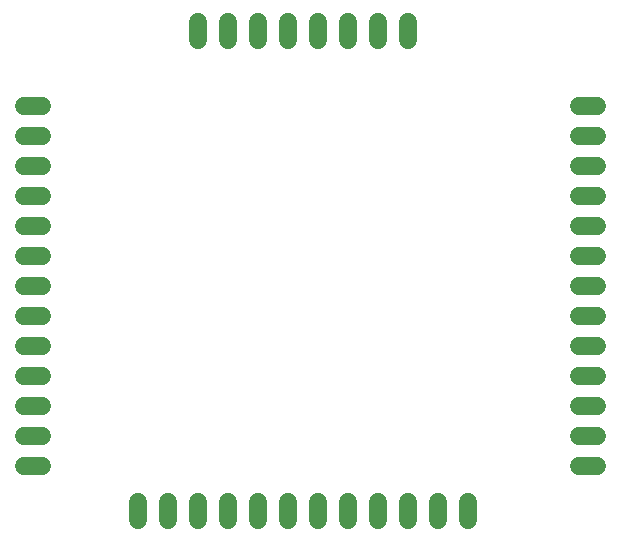
<source format=gbr>
G04 EAGLE Gerber RS-274X export*
G75*
%MOMM*%
%FSLAX34Y34*%
%LPD*%
%INBottom Copper*%
%IPPOS*%
%AMOC8*
5,1,8,0,0,1.08239X$1,22.5*%
G01*
%ADD10C,1.524000*%


D10*
X482600Y58420D02*
X482600Y43180D01*
X457200Y43180D02*
X457200Y58420D01*
X431800Y58420D02*
X431800Y43180D01*
X406400Y43180D02*
X406400Y58420D01*
X381000Y58420D02*
X381000Y43180D01*
X355600Y43180D02*
X355600Y58420D01*
X330200Y58420D02*
X330200Y43180D01*
X304800Y43180D02*
X304800Y58420D01*
X279400Y58420D02*
X279400Y43180D01*
X254000Y43180D02*
X254000Y58420D01*
X228600Y58420D02*
X228600Y43180D01*
X203200Y43180D02*
X203200Y58420D01*
X254000Y449580D02*
X254000Y464820D01*
X279400Y464820D02*
X279400Y449580D01*
X304800Y449580D02*
X304800Y464820D01*
X330200Y464820D02*
X330200Y449580D01*
X355600Y449580D02*
X355600Y464820D01*
X381000Y464820D02*
X381000Y449580D01*
X406400Y449580D02*
X406400Y464820D01*
X431800Y464820D02*
X431800Y449580D01*
X576580Y393700D02*
X591820Y393700D01*
X591820Y368300D02*
X576580Y368300D01*
X576580Y342900D02*
X591820Y342900D01*
X591820Y317500D02*
X576580Y317500D01*
X576580Y292100D02*
X591820Y292100D01*
X591820Y266700D02*
X576580Y266700D01*
X576580Y241300D02*
X591820Y241300D01*
X591820Y215900D02*
X576580Y215900D01*
X576580Y190500D02*
X591820Y190500D01*
X591820Y165100D02*
X576580Y165100D01*
X576580Y139700D02*
X591820Y139700D01*
X591820Y114300D02*
X576580Y114300D01*
X576580Y88900D02*
X591820Y88900D01*
X121920Y88900D02*
X106680Y88900D01*
X106680Y114300D02*
X121920Y114300D01*
X121920Y139700D02*
X106680Y139700D01*
X106680Y165100D02*
X121920Y165100D01*
X121920Y190500D02*
X106680Y190500D01*
X106680Y215900D02*
X121920Y215900D01*
X121920Y241300D02*
X106680Y241300D01*
X106680Y266700D02*
X121920Y266700D01*
X121920Y292100D02*
X106680Y292100D01*
X106680Y317500D02*
X121920Y317500D01*
X121920Y342900D02*
X106680Y342900D01*
X106680Y368300D02*
X121920Y368300D01*
X121920Y393700D02*
X106680Y393700D01*
M02*

</source>
